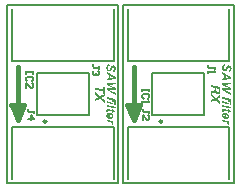
<source format=gto>
G04 Layer_Color=65535*
%FSLAX44Y44*%
%MOMM*%
G71*
G01*
G75*
%ADD15C,0.2540*%
%ADD16C,0.2000*%
%ADD17C,0.4000*%
%ADD18C,0.1500*%
G36*
X180676Y81244D02*
Y77830D01*
Y77820D01*
Y77790D01*
Y77750D01*
Y77680D01*
X180666Y77610D01*
Y77530D01*
X180656Y77331D01*
X180626Y77111D01*
X180597Y76882D01*
X180547Y76662D01*
X180487Y76462D01*
Y76452D01*
X180477Y76442D01*
X180447Y76382D01*
X180407Y76293D01*
X180337Y76183D01*
X180247Y76053D01*
X180137Y75923D01*
X179998Y75793D01*
X179828Y75674D01*
X179818D01*
X179808Y75664D01*
X179778Y75644D01*
X179738Y75624D01*
X179638Y75574D01*
X179498Y75514D01*
X179329Y75464D01*
X179129Y75414D01*
X178909Y75374D01*
X178660Y75364D01*
X178570D01*
X178500Y75374D01*
X178410Y75384D01*
X178321Y75394D01*
X178211Y75414D01*
X178091Y75434D01*
X177831Y75504D01*
X177702Y75554D01*
X177562Y75614D01*
X177432Y75684D01*
X177292Y75754D01*
X177163Y75853D01*
X177043Y75953D01*
X177033Y75963D01*
X177013Y75983D01*
X176983Y76013D01*
X176943Y76063D01*
X176893Y76123D01*
X176833Y76203D01*
X176773Y76293D01*
X176713Y76392D01*
X176644Y76512D01*
X176574Y76642D01*
X176504Y76792D01*
X176444Y76951D01*
X176384Y77121D01*
X176334Y77311D01*
X176294Y77510D01*
X176254Y77730D01*
X176244Y77720D01*
X176204Y77680D01*
X176144Y77620D01*
X176064Y77540D01*
X175965Y77451D01*
X175835Y77351D01*
X175695Y77251D01*
X175536Y77151D01*
X175525Y77141D01*
X175496Y77131D01*
X175446Y77101D01*
X175366Y77061D01*
X175276Y77011D01*
X175166Y76951D01*
X175036Y76882D01*
X174887Y76812D01*
X174707Y76722D01*
X174517Y76632D01*
X174318Y76542D01*
X174088Y76432D01*
X173839Y76323D01*
X173579Y76213D01*
X173300Y76093D01*
X173000Y75973D01*
Y77670D01*
X173010D01*
X173030Y77680D01*
X173070Y77690D01*
X173120Y77710D01*
X173190Y77740D01*
X173279Y77770D01*
X173379Y77810D01*
X173499Y77850D01*
X173629Y77900D01*
X173779Y77960D01*
X173948Y78030D01*
X174128Y78099D01*
X174328Y78179D01*
X174547Y78269D01*
X174777Y78369D01*
X175026Y78479D01*
X175036D01*
X175056Y78489D01*
X175096Y78509D01*
X175146Y78539D01*
X175206Y78569D01*
X175276Y78598D01*
X175436Y78688D01*
X175595Y78788D01*
X175765Y78908D01*
X175915Y79028D01*
X175975Y79098D01*
X176025Y79167D01*
X176035Y79177D01*
X176055Y79208D01*
X176075Y79267D01*
X176105Y79347D01*
X176134Y79457D01*
X176164Y79597D01*
X176174Y79756D01*
X176184Y79956D01*
Y80595D01*
X173000Y81264D01*
Y82841D01*
X180676Y81244D01*
D02*
G37*
G36*
X190028Y83719D02*
X184647Y83650D01*
X190028Y81004D01*
Y79287D01*
X184707Y79108D01*
X190028Y76582D01*
Y75045D01*
X182351Y78778D01*
Y80375D01*
X187961Y80545D01*
X182351Y83340D01*
Y84967D01*
X190028Y85267D01*
Y83719D01*
D02*
G37*
G36*
X186813Y71911D02*
Y72749D01*
X187911Y72519D01*
Y71681D01*
X188480Y71561D01*
X188490D01*
X188510Y71551D01*
X188550Y71541D01*
X188600Y71531D01*
X188720Y71511D01*
X188870Y71471D01*
X189019Y71431D01*
X189179Y71381D01*
X189319Y71332D01*
X189379Y71302D01*
X189429Y71282D01*
X189449Y71272D01*
X189489Y71252D01*
X189548Y71202D01*
X189628Y71152D01*
X189708Y71072D01*
X189798Y70982D01*
X189888Y70872D01*
X189968Y70753D01*
X189978Y70733D01*
X189998Y70693D01*
X190028Y70613D01*
X190068Y70503D01*
X190107Y70373D01*
X190137Y70213D01*
X190157Y70034D01*
X190167Y69834D01*
Y69824D01*
Y69804D01*
Y69764D01*
Y69714D01*
X190157Y69654D01*
Y69575D01*
X190147Y69485D01*
X190137Y69395D01*
X190107Y69175D01*
X190058Y68926D01*
X189998Y68656D01*
X189918Y68377D01*
X188850Y68666D01*
Y68676D01*
X188860Y68686D01*
X188870Y68716D01*
X188880Y68756D01*
X188910Y68856D01*
X188950Y68976D01*
X188979Y69116D01*
X189009Y69265D01*
X189029Y69405D01*
X189039Y69545D01*
Y69555D01*
Y69585D01*
X189029Y69634D01*
X189019Y69684D01*
X189000Y69754D01*
X188969Y69814D01*
X188930Y69874D01*
X188870Y69924D01*
X188860D01*
X188850Y69944D01*
X188810Y69954D01*
X188760Y69984D01*
X188680Y70004D01*
X188580Y70034D01*
X188460Y70074D01*
X188301Y70104D01*
X187911Y70184D01*
Y69106D01*
X186813Y69335D01*
Y70413D01*
X182351Y71342D01*
Y72839D01*
X186813Y71911D01*
D02*
G37*
G36*
X190028Y90068D02*
Y88291D01*
X182351Y87053D01*
Y88541D01*
X184048Y88800D01*
Y91835D01*
X182351Y92763D01*
Y94400D01*
X190028Y90068D01*
D02*
G37*
G36*
X86987Y59692D02*
X87086Y59682D01*
X87206Y59672D01*
X87336Y59652D01*
X87486Y59622D01*
X87635Y59592D01*
X87805Y59552D01*
X87975Y59493D01*
X88145Y59433D01*
X88324Y59363D01*
X88494Y59283D01*
X88674Y59183D01*
X88843Y59073D01*
X88853Y59063D01*
X88893Y59033D01*
X88953Y58983D01*
X89033Y58914D01*
X89123Y58824D01*
X89223Y58714D01*
X89332Y58594D01*
X89452Y58444D01*
X89562Y58275D01*
X89672Y58095D01*
X89772Y57895D01*
X89861Y57666D01*
X89941Y57436D01*
X90001Y57177D01*
X90041Y56897D01*
X90051Y56608D01*
Y56598D01*
Y56558D01*
Y56508D01*
X90041Y56438D01*
X90031Y56348D01*
X90021Y56258D01*
X90001Y56139D01*
X89971Y56019D01*
X89891Y55769D01*
X89841Y55630D01*
X89782Y55500D01*
X89712Y55360D01*
X89622Y55230D01*
X89522Y55110D01*
X89412Y54991D01*
X89402Y54981D01*
X89382Y54961D01*
X89342Y54931D01*
X89292Y54891D01*
X89233Y54851D01*
X89153Y54801D01*
X89063Y54741D01*
X88953Y54681D01*
X88833Y54631D01*
X88704Y54571D01*
X88564Y54521D01*
X88404Y54472D01*
X88234Y54442D01*
X88045Y54412D01*
X87855Y54392D01*
X87645Y54382D01*
X87556D01*
X87446Y54392D01*
X87316D01*
X87166Y54412D01*
X86997Y54432D01*
X86837Y54452D01*
X86667Y54492D01*
Y58255D01*
X86617D01*
X86567Y58265D01*
X86477D01*
X86438Y58255D01*
X86338Y58245D01*
X86208Y58225D01*
X86058Y58185D01*
X85908Y58125D01*
X85769Y58055D01*
X85629Y57945D01*
X85619Y57935D01*
X85579Y57885D01*
X85519Y57816D01*
X85459Y57726D01*
X85399Y57616D01*
X85340Y57486D01*
X85300Y57337D01*
X85290Y57177D01*
Y57167D01*
Y57147D01*
X85300Y57107D01*
Y57057D01*
X85310Y56987D01*
X85330Y56917D01*
X85389Y56747D01*
X85429Y56658D01*
X85479Y56558D01*
X85539Y56458D01*
X85619Y56368D01*
X85709Y56268D01*
X85809Y56168D01*
X85928Y56079D01*
X86068Y55999D01*
X85839Y54651D01*
X85829D01*
X85799Y54671D01*
X85759Y54691D01*
X85709Y54721D01*
X85639Y54761D01*
X85559Y54811D01*
X85379Y54931D01*
X85180Y55080D01*
X84980Y55270D01*
X84781Y55470D01*
X84611Y55709D01*
Y55719D01*
X84591Y55739D01*
X84571Y55779D01*
X84551Y55829D01*
X84521Y55889D01*
X84481Y55959D01*
X84451Y56049D01*
X84411Y56139D01*
X84341Y56358D01*
X84271Y56608D01*
X84232Y56877D01*
X84212Y57177D01*
Y57187D01*
Y57227D01*
Y57287D01*
X84221Y57366D01*
X84232Y57456D01*
X84251Y57566D01*
X84271Y57696D01*
X84301Y57826D01*
X84341Y57965D01*
X84381Y58115D01*
X84441Y58275D01*
X84511Y58425D01*
X84591Y58574D01*
X84691Y58724D01*
X84801Y58864D01*
X84920Y59004D01*
X84930Y59014D01*
X84950Y59033D01*
X84990Y59063D01*
X85050Y59113D01*
X85120Y59163D01*
X85210Y59223D01*
X85310Y59283D01*
X85419Y59353D01*
X85549Y59413D01*
X85689Y59483D01*
X85849Y59542D01*
X86008Y59592D01*
X86188Y59642D01*
X86378Y59672D01*
X86587Y59692D01*
X86797Y59702D01*
X86907D01*
X86987Y59692D01*
D02*
G37*
G36*
X89911Y52854D02*
Y51447D01*
X88843Y51677D01*
X88853Y51667D01*
X88893Y51637D01*
X88953Y51597D01*
X89033Y51537D01*
X89123Y51467D01*
X89223Y51377D01*
X89332Y51277D01*
X89452Y51167D01*
X89562Y51048D01*
X89672Y50918D01*
X89772Y50768D01*
X89861Y50618D01*
X89941Y50469D01*
X90001Y50309D01*
X90041Y50139D01*
X90051Y49970D01*
Y49960D01*
Y49910D01*
X90041Y49850D01*
X90031Y49760D01*
X90011Y49660D01*
X89981Y49540D01*
X89941Y49411D01*
X89881Y49271D01*
X88654Y49850D01*
Y49860D01*
X88664Y49890D01*
X88684Y49930D01*
X88694Y49980D01*
X88714Y50050D01*
X88723Y50119D01*
X88734Y50289D01*
Y50309D01*
Y50359D01*
X88714Y50429D01*
X88694Y50529D01*
X88664Y50648D01*
X88604Y50788D01*
X88534Y50928D01*
X88434Y51078D01*
X88424Y51098D01*
X88384Y51147D01*
X88314Y51217D01*
X88224Y51307D01*
X88115Y51407D01*
X87975Y51507D01*
X87825Y51617D01*
X87645Y51707D01*
X87635D01*
X87626Y51716D01*
X87596Y51726D01*
X87556Y51746D01*
X87496Y51766D01*
X87436Y51786D01*
X87356Y51816D01*
X87266Y51846D01*
X87166Y51886D01*
X87046Y51916D01*
X86927Y51956D01*
X86787Y51996D01*
X86627Y52036D01*
X86458Y52076D01*
X86278Y52116D01*
X86088Y52156D01*
X84351Y52515D01*
Y54012D01*
X89911Y52854D01*
D02*
G37*
G36*
X184907Y99222D02*
X184837D01*
X184787Y99212D01*
X184667Y99202D01*
X184517Y99182D01*
X184348Y99152D01*
X184188Y99112D01*
X184048Y99052D01*
X183978Y99022D01*
X183929Y98982D01*
X183909Y98962D01*
X183869Y98912D01*
X183839Y98872D01*
X183799Y98822D01*
X183769Y98763D01*
X183729Y98693D01*
X183689Y98613D01*
X183659Y98513D01*
X183619Y98413D01*
X183589Y98293D01*
X183569Y98164D01*
X183549Y98024D01*
X183529Y97874D01*
Y97704D01*
Y97695D01*
Y97675D01*
Y97635D01*
Y97575D01*
X183539Y97515D01*
Y97435D01*
X183559Y97275D01*
X183599Y97086D01*
X183639Y96896D01*
X183709Y96726D01*
X183749Y96646D01*
X183799Y96576D01*
X183809Y96557D01*
X183849Y96517D01*
X183909Y96467D01*
X183988Y96397D01*
X184088Y96337D01*
X184208Y96277D01*
X184338Y96237D01*
X184478Y96227D01*
X184537D01*
X184597Y96237D01*
X184677Y96267D01*
X184767Y96297D01*
X184867Y96347D01*
X184967Y96417D01*
X185056Y96517D01*
X185067Y96527D01*
X185086Y96557D01*
X185126Y96626D01*
X185156Y96676D01*
X185186Y96726D01*
X185226Y96796D01*
X185266Y96876D01*
X185316Y96966D01*
X185366Y97066D01*
X185416Y97175D01*
X185476Y97305D01*
X185546Y97455D01*
X185616Y97615D01*
Y97625D01*
X185636Y97655D01*
X185655Y97695D01*
X185685Y97764D01*
X185715Y97834D01*
X185755Y97914D01*
X185845Y98114D01*
X185945Y98323D01*
X186055Y98543D01*
X186164Y98743D01*
X186214Y98842D01*
X186264Y98922D01*
X186274Y98942D01*
X186314Y98992D01*
X186364Y99062D01*
X186444Y99152D01*
X186544Y99262D01*
X186654Y99372D01*
X186783Y99471D01*
X186933Y99571D01*
X186953Y99581D01*
X187003Y99611D01*
X187093Y99641D01*
X187213Y99681D01*
X187352Y99731D01*
X187522Y99761D01*
X187712Y99791D01*
X187911Y99801D01*
X188001D01*
X188071Y99791D01*
X188151Y99781D01*
X188251Y99761D01*
X188361Y99741D01*
X188480Y99711D01*
X188600Y99681D01*
X188730Y99631D01*
X188860Y99571D01*
X189000Y99501D01*
X189129Y99421D01*
X189269Y99332D01*
X189399Y99222D01*
X189519Y99102D01*
X189529Y99092D01*
X189548Y99072D01*
X189578Y99032D01*
X189618Y98972D01*
X189668Y98902D01*
X189728Y98813D01*
X189778Y98703D01*
X189848Y98583D01*
X189908Y98453D01*
X189958Y98303D01*
X190018Y98134D01*
X190068Y97954D01*
X190107Y97754D01*
X190137Y97545D01*
X190157Y97315D01*
X190167Y97076D01*
Y97056D01*
Y97016D01*
Y96946D01*
X190157Y96856D01*
X190147Y96736D01*
X190137Y96606D01*
X190117Y96457D01*
X190088Y96307D01*
X190008Y95968D01*
X189958Y95788D01*
X189898Y95618D01*
X189828Y95449D01*
X189738Y95279D01*
X189638Y95129D01*
X189529Y94979D01*
X189519Y94969D01*
X189499Y94949D01*
X189469Y94909D01*
X189419Y94860D01*
X189349Y94810D01*
X189279Y94740D01*
X189189Y94670D01*
X189079Y94600D01*
X188969Y94530D01*
X188840Y94450D01*
X188700Y94390D01*
X188550Y94320D01*
X188391Y94271D01*
X188221Y94221D01*
X188031Y94181D01*
X187841Y94161D01*
X187782Y95678D01*
X187802D01*
X187832Y95688D01*
X187871D01*
X187971Y95718D01*
X188091Y95748D01*
X188231Y95798D01*
X188371Y95868D01*
X188500Y95958D01*
X188620Y96077D01*
X188630Y96097D01*
X188670Y96137D01*
X188720Y96217D01*
X188770Y96327D01*
X188830Y96477D01*
X188870Y96646D01*
X188910Y96846D01*
X188920Y97086D01*
Y97096D01*
Y97115D01*
Y97146D01*
Y97195D01*
X188910Y97305D01*
X188890Y97445D01*
X188860Y97595D01*
X188820Y97754D01*
X188760Y97894D01*
X188680Y98014D01*
X188670Y98024D01*
X188640Y98054D01*
X188590Y98104D01*
X188520Y98154D01*
X188440Y98204D01*
X188341Y98253D01*
X188231Y98283D01*
X188101Y98293D01*
X188051D01*
X187981Y98283D01*
X187911Y98264D01*
X187822Y98233D01*
X187732Y98184D01*
X187642Y98124D01*
X187552Y98044D01*
X187542Y98034D01*
X187512Y97994D01*
X187462Y97914D01*
X187432Y97864D01*
X187392Y97804D01*
X187352Y97734D01*
X187313Y97655D01*
X187263Y97555D01*
X187203Y97455D01*
X187153Y97335D01*
X187093Y97205D01*
X187023Y97066D01*
X186953Y96906D01*
X186943Y96886D01*
X186923Y96846D01*
X186893Y96776D01*
X186853Y96696D01*
X186813Y96587D01*
X186754Y96467D01*
X186694Y96337D01*
X186624Y96197D01*
X186474Y95908D01*
X186314Y95638D01*
X186244Y95508D01*
X186164Y95399D01*
X186095Y95299D01*
X186025Y95219D01*
X186015Y95209D01*
X186005Y95199D01*
X185975Y95169D01*
X185925Y95129D01*
X185875Y95089D01*
X185815Y95049D01*
X185745Y94999D01*
X185655Y94939D01*
X185466Y94840D01*
X185226Y94760D01*
X184967Y94690D01*
X184817Y94680D01*
X184667Y94670D01*
X184627D01*
X184567Y94680D01*
X184498D01*
X184408Y94690D01*
X184308Y94710D01*
X184198Y94740D01*
X184068Y94770D01*
X183939Y94810D01*
X183799Y94869D01*
X183649Y94929D01*
X183509Y95009D01*
X183360Y95099D01*
X183210Y95209D01*
X183070Y95339D01*
X182930Y95478D01*
X182920Y95488D01*
X182900Y95518D01*
X182860Y95558D01*
X182820Y95628D01*
X182761Y95708D01*
X182701Y95808D01*
X182641Y95928D01*
X182571Y96057D01*
X182501Y96207D01*
X182441Y96377D01*
X182381Y96566D01*
X182321Y96766D01*
X182281Y96976D01*
X182241Y97205D01*
X182222Y97455D01*
X182212Y97715D01*
Y97724D01*
Y97754D01*
Y97814D01*
X182222Y97884D01*
Y97964D01*
X182232Y98064D01*
X182241Y98174D01*
X182251Y98303D01*
X182291Y98563D01*
X182351Y98852D01*
X182431Y99152D01*
X182541Y99431D01*
Y99441D01*
X182561Y99461D01*
X182571Y99501D01*
X182601Y99551D01*
X182631Y99611D01*
X182681Y99681D01*
X182781Y99831D01*
X182910Y100000D01*
X183070Y100170D01*
X183250Y100330D01*
X183349Y100400D01*
X183459Y100460D01*
X183469D01*
X183489Y100470D01*
X183519Y100490D01*
X183569Y100510D01*
X183619Y100529D01*
X183689Y100549D01*
X183769Y100579D01*
X183859Y100609D01*
X184058Y100659D01*
X184288Y100699D01*
X184547Y100729D01*
X184827D01*
X184907Y99222D01*
D02*
G37*
G36*
X187911Y62857D02*
Y62128D01*
X188800Y61938D01*
X189838Y60231D01*
X187911Y60621D01*
Y59702D01*
X186793Y59932D01*
Y60850D01*
X184458Y61349D01*
X184448D01*
X184428Y61359D01*
X184398D01*
X184358Y61369D01*
X184248Y61389D01*
X184128Y61409D01*
X183998Y61439D01*
X183889Y61459D01*
X183789Y61469D01*
X183759Y61479D01*
X183709D01*
X183679Y61469D01*
X183639D01*
X183549Y61429D01*
X183499Y61409D01*
X183459Y61369D01*
Y61359D01*
X183449Y61349D01*
X183429Y61319D01*
X183419Y61279D01*
X183400Y61220D01*
X183379Y61150D01*
X183370Y61070D01*
Y60970D01*
Y60960D01*
Y60950D01*
Y60920D01*
X183379Y60870D01*
Y60800D01*
X183389Y60720D01*
X183400Y60611D01*
X183409Y60471D01*
X182291Y60710D01*
Y60730D01*
X182281Y60780D01*
X182271Y60850D01*
X182251Y60960D01*
X182241Y61080D01*
X182222Y61210D01*
X182212Y61359D01*
Y61509D01*
Y61519D01*
Y61539D01*
Y61579D01*
X182222Y61639D01*
Y61699D01*
X182232Y61778D01*
X182251Y61948D01*
X182281Y62138D01*
X182341Y62328D01*
X182411Y62507D01*
X182461Y62587D01*
X182511Y62657D01*
X182521Y62677D01*
X182571Y62717D01*
X182641Y62767D01*
X182731Y62837D01*
X182860Y62906D01*
X183000Y62956D01*
X183180Y62996D01*
X183370Y63016D01*
X183429D01*
X183499Y63006D01*
X183549Y62996D01*
X183619D01*
X183689Y62986D01*
X183779Y62966D01*
X183869Y62956D01*
X183978Y62937D01*
X184108Y62916D01*
X184238Y62887D01*
X184388Y62857D01*
X184557Y62827D01*
X186793Y62347D01*
Y63086D01*
X187911Y62857D01*
D02*
G37*
G36*
X184987Y59692D02*
X185086Y59682D01*
X185206Y59672D01*
X185336Y59652D01*
X185486Y59622D01*
X185636Y59592D01*
X185805Y59552D01*
X185975Y59493D01*
X186145Y59433D01*
X186324Y59363D01*
X186494Y59283D01*
X186674Y59183D01*
X186843Y59073D01*
X186853Y59063D01*
X186893Y59033D01*
X186953Y58983D01*
X187033Y58914D01*
X187123Y58824D01*
X187223Y58714D01*
X187332Y58594D01*
X187452Y58444D01*
X187562Y58275D01*
X187672Y58095D01*
X187772Y57895D01*
X187861Y57666D01*
X187941Y57436D01*
X188001Y57177D01*
X188041Y56897D01*
X188051Y56608D01*
Y56598D01*
Y56558D01*
Y56508D01*
X188041Y56438D01*
X188031Y56348D01*
X188021Y56258D01*
X188001Y56139D01*
X187971Y56019D01*
X187891Y55769D01*
X187841Y55630D01*
X187782Y55500D01*
X187712Y55360D01*
X187622Y55230D01*
X187522Y55110D01*
X187412Y54991D01*
X187402Y54981D01*
X187382Y54961D01*
X187342Y54931D01*
X187292Y54891D01*
X187233Y54851D01*
X187153Y54801D01*
X187063Y54741D01*
X186953Y54681D01*
X186833Y54631D01*
X186704Y54571D01*
X186564Y54521D01*
X186404Y54472D01*
X186234Y54442D01*
X186045Y54412D01*
X185855Y54392D01*
X185646Y54382D01*
X185556D01*
X185446Y54392D01*
X185316D01*
X185166Y54412D01*
X184997Y54432D01*
X184837Y54452D01*
X184667Y54492D01*
Y58255D01*
X184617D01*
X184567Y58265D01*
X184478D01*
X184438Y58255D01*
X184338Y58245D01*
X184208Y58225D01*
X184058Y58185D01*
X183909Y58125D01*
X183769Y58055D01*
X183629Y57945D01*
X183619Y57935D01*
X183579Y57885D01*
X183519Y57816D01*
X183459Y57726D01*
X183400Y57616D01*
X183340Y57486D01*
X183300Y57337D01*
X183290Y57177D01*
Y57167D01*
Y57147D01*
X183300Y57107D01*
Y57057D01*
X183310Y56987D01*
X183330Y56917D01*
X183389Y56747D01*
X183429Y56658D01*
X183479Y56558D01*
X183539Y56458D01*
X183619Y56368D01*
X183709Y56268D01*
X183809Y56168D01*
X183929Y56079D01*
X184068Y55999D01*
X183839Y54651D01*
X183829D01*
X183799Y54671D01*
X183759Y54691D01*
X183709Y54721D01*
X183639Y54761D01*
X183559Y54811D01*
X183379Y54931D01*
X183180Y55080D01*
X182980Y55270D01*
X182781Y55470D01*
X182611Y55709D01*
Y55719D01*
X182591Y55739D01*
X182571Y55779D01*
X182551Y55829D01*
X182521Y55889D01*
X182481Y55959D01*
X182451Y56049D01*
X182411Y56139D01*
X182341Y56358D01*
X182271Y56608D01*
X182232Y56877D01*
X182212Y57177D01*
Y57187D01*
Y57227D01*
Y57287D01*
X182222Y57366D01*
X182232Y57456D01*
X182251Y57566D01*
X182271Y57696D01*
X182301Y57826D01*
X182341Y57965D01*
X182381Y58115D01*
X182441Y58275D01*
X182511Y58425D01*
X182591Y58574D01*
X182691Y58724D01*
X182801Y58864D01*
X182920Y59004D01*
X182930Y59014D01*
X182950Y59033D01*
X182990Y59063D01*
X183050Y59113D01*
X183120Y59163D01*
X183210Y59223D01*
X183310Y59283D01*
X183419Y59353D01*
X183549Y59413D01*
X183689Y59483D01*
X183849Y59542D01*
X184008Y59592D01*
X184188Y59642D01*
X184378Y59672D01*
X184587Y59692D01*
X184797Y59702D01*
X184907D01*
X184987Y59692D01*
D02*
G37*
G36*
X187911Y52854D02*
Y51447D01*
X186843Y51677D01*
X186853Y51667D01*
X186893Y51637D01*
X186953Y51597D01*
X187033Y51537D01*
X187123Y51467D01*
X187223Y51377D01*
X187332Y51277D01*
X187452Y51167D01*
X187562Y51048D01*
X187672Y50918D01*
X187772Y50768D01*
X187861Y50618D01*
X187941Y50469D01*
X188001Y50309D01*
X188041Y50139D01*
X188051Y49970D01*
Y49960D01*
Y49910D01*
X188041Y49850D01*
X188031Y49760D01*
X188011Y49660D01*
X187981Y49540D01*
X187941Y49411D01*
X187882Y49271D01*
X186654Y49850D01*
Y49860D01*
X186664Y49890D01*
X186684Y49930D01*
X186694Y49980D01*
X186714Y50050D01*
X186723Y50119D01*
X186733Y50289D01*
Y50309D01*
Y50359D01*
X186714Y50429D01*
X186694Y50529D01*
X186664Y50648D01*
X186604Y50788D01*
X186534Y50928D01*
X186434Y51078D01*
X186424Y51098D01*
X186384Y51147D01*
X186314Y51217D01*
X186224Y51307D01*
X186115Y51407D01*
X185975Y51507D01*
X185825Y51617D01*
X185646Y51707D01*
X185636D01*
X185625Y51716D01*
X185595Y51726D01*
X185556Y51746D01*
X185496Y51766D01*
X185436Y51786D01*
X185356Y51816D01*
X185266Y51846D01*
X185166Y51886D01*
X185047Y51916D01*
X184927Y51956D01*
X184787Y51996D01*
X184627Y52036D01*
X184458Y52076D01*
X184278Y52116D01*
X184088Y52156D01*
X182351Y52515D01*
Y54012D01*
X187911Y52854D01*
D02*
G37*
G36*
X190028Y64853D02*
Y63346D01*
X182351Y64953D01*
Y66450D01*
X190028Y64853D01*
D02*
G37*
G36*
X176863Y72509D02*
X180676Y74416D01*
Y72779D01*
X179269Y72020D01*
X179259D01*
X179239Y72010D01*
X179189Y71980D01*
X179159Y71960D01*
X179109Y71940D01*
X179049Y71911D01*
X178979Y71880D01*
X178890Y71831D01*
X178790Y71781D01*
X178680Y71731D01*
X178540Y71661D01*
X178390Y71581D01*
X178221Y71501D01*
X178211Y71491D01*
X178191Y71481D01*
X178141Y71461D01*
X178091Y71431D01*
X178101Y71421D01*
X178121Y71401D01*
X178161Y71371D01*
X178221Y71322D01*
X178281Y71272D01*
X178361Y71212D01*
X178530Y71062D01*
X178730Y70892D01*
X178939Y70713D01*
X179149Y70533D01*
X179339Y70363D01*
X180676Y69165D01*
Y67159D01*
X176633Y70683D01*
X173000Y68786D01*
Y70573D01*
X174108Y71162D01*
X174118D01*
X174148Y71182D01*
X174188Y71202D01*
X174258Y71232D01*
X174328Y71272D01*
X174408Y71311D01*
X174597Y71411D01*
X174807Y71511D01*
X175016Y71611D01*
X175216Y71701D01*
X175296Y71741D01*
X175376Y71771D01*
X175366Y71781D01*
X175316Y71811D01*
X175236Y71880D01*
X175176Y71920D01*
X175116Y71970D01*
X175036Y72040D01*
X174946Y72110D01*
X174847Y72190D01*
X174737Y72290D01*
X174607Y72400D01*
X174467Y72519D01*
X174318Y72649D01*
X174148Y72799D01*
X173000Y73837D01*
Y75893D01*
X176863Y72509D01*
D02*
G37*
G36*
X187911Y68257D02*
Y66760D01*
X182351Y67918D01*
Y69415D01*
X187911Y68257D01*
D02*
G37*
G36*
X190028Y67818D02*
Y66311D01*
X188670Y66600D01*
Y68097D01*
X190028Y67818D01*
D02*
G37*
G36*
X82676Y81573D02*
Y75524D01*
X81399Y75784D01*
Y78000D01*
X75000Y79337D01*
Y80924D01*
X81399Y79587D01*
Y81833D01*
X82676Y81573D01*
D02*
G37*
G36*
X92028Y83719D02*
X86647Y83650D01*
X92028Y81004D01*
Y79287D01*
X86707Y79108D01*
X92028Y76582D01*
Y75045D01*
X84351Y78778D01*
Y80375D01*
X89961Y80545D01*
X84351Y83340D01*
Y84967D01*
X92028Y85267D01*
Y83719D01*
D02*
G37*
G36*
X88813Y71911D02*
Y72749D01*
X89911Y72519D01*
Y71681D01*
X90480Y71561D01*
X90490D01*
X90510Y71551D01*
X90550Y71541D01*
X90600Y71531D01*
X90720Y71511D01*
X90870Y71471D01*
X91019Y71431D01*
X91179Y71381D01*
X91319Y71332D01*
X91379Y71302D01*
X91429Y71282D01*
X91449Y71272D01*
X91489Y71252D01*
X91549Y71202D01*
X91628Y71152D01*
X91708Y71072D01*
X91798Y70982D01*
X91888Y70872D01*
X91968Y70753D01*
X91978Y70733D01*
X91998Y70693D01*
X92028Y70613D01*
X92068Y70503D01*
X92107Y70373D01*
X92137Y70213D01*
X92157Y70034D01*
X92167Y69834D01*
Y69824D01*
Y69804D01*
Y69764D01*
Y69714D01*
X92157Y69654D01*
Y69575D01*
X92147Y69485D01*
X92137Y69395D01*
X92107Y69175D01*
X92058Y68926D01*
X91998Y68656D01*
X91918Y68377D01*
X90850Y68666D01*
Y68676D01*
X90860Y68686D01*
X90870Y68716D01*
X90880Y68756D01*
X90910Y68856D01*
X90950Y68976D01*
X90979Y69116D01*
X91009Y69265D01*
X91029Y69405D01*
X91039Y69545D01*
Y69555D01*
Y69585D01*
X91029Y69634D01*
X91019Y69684D01*
X90999Y69754D01*
X90969Y69814D01*
X90930Y69874D01*
X90870Y69924D01*
X90860D01*
X90850Y69944D01*
X90810Y69954D01*
X90760Y69984D01*
X90680Y70004D01*
X90580Y70034D01*
X90460Y70074D01*
X90301Y70104D01*
X89911Y70184D01*
Y69106D01*
X88813Y69335D01*
Y70413D01*
X84351Y71342D01*
Y72839D01*
X88813Y71911D01*
D02*
G37*
G36*
X92028Y90068D02*
Y88291D01*
X84351Y87053D01*
Y88541D01*
X86048Y88800D01*
Y91835D01*
X84351Y92763D01*
Y94400D01*
X92028Y90068D01*
D02*
G37*
G36*
X107250Y53299D02*
X101862Y66424D01*
X112638D01*
X107250Y53299D01*
D02*
G37*
G36*
X9250D02*
X3862Y66424D01*
X14638D01*
X9250Y53299D01*
D02*
G37*
G36*
X86907Y99222D02*
X86837D01*
X86787Y99212D01*
X86667Y99202D01*
X86517Y99182D01*
X86348Y99152D01*
X86188Y99112D01*
X86048Y99052D01*
X85978Y99022D01*
X85928Y98982D01*
X85908Y98962D01*
X85869Y98912D01*
X85839Y98872D01*
X85799Y98822D01*
X85769Y98763D01*
X85729Y98693D01*
X85689Y98613D01*
X85659Y98513D01*
X85619Y98413D01*
X85589Y98293D01*
X85569Y98164D01*
X85549Y98024D01*
X85529Y97874D01*
Y97704D01*
Y97695D01*
Y97675D01*
Y97635D01*
Y97575D01*
X85539Y97515D01*
Y97435D01*
X85559Y97275D01*
X85599Y97086D01*
X85639Y96896D01*
X85709Y96726D01*
X85749Y96646D01*
X85799Y96576D01*
X85809Y96557D01*
X85849Y96517D01*
X85908Y96467D01*
X85988Y96397D01*
X86088Y96337D01*
X86208Y96277D01*
X86338Y96237D01*
X86477Y96227D01*
X86537D01*
X86597Y96237D01*
X86677Y96267D01*
X86767Y96297D01*
X86867Y96347D01*
X86967Y96417D01*
X87057Y96517D01*
X87066Y96527D01*
X87086Y96557D01*
X87126Y96626D01*
X87156Y96676D01*
X87186Y96726D01*
X87226Y96796D01*
X87266Y96876D01*
X87316Y96966D01*
X87366Y97066D01*
X87416Y97175D01*
X87476Y97305D01*
X87546Y97455D01*
X87615Y97615D01*
Y97625D01*
X87635Y97655D01*
X87655Y97695D01*
X87685Y97764D01*
X87715Y97834D01*
X87755Y97914D01*
X87845Y98114D01*
X87945Y98323D01*
X88055Y98543D01*
X88165Y98743D01*
X88214Y98842D01*
X88264Y98922D01*
X88274Y98942D01*
X88314Y98992D01*
X88364Y99062D01*
X88444Y99152D01*
X88544Y99262D01*
X88654Y99372D01*
X88783Y99471D01*
X88933Y99571D01*
X88953Y99581D01*
X89003Y99611D01*
X89093Y99641D01*
X89213Y99681D01*
X89352Y99731D01*
X89522Y99761D01*
X89712Y99791D01*
X89911Y99801D01*
X90001D01*
X90071Y99791D01*
X90151Y99781D01*
X90251Y99761D01*
X90361Y99741D01*
X90480Y99711D01*
X90600Y99681D01*
X90730Y99631D01*
X90860Y99571D01*
X90999Y99501D01*
X91129Y99421D01*
X91269Y99332D01*
X91399Y99222D01*
X91518Y99102D01*
X91529Y99092D01*
X91549Y99072D01*
X91578Y99032D01*
X91618Y98972D01*
X91668Y98902D01*
X91728Y98813D01*
X91778Y98703D01*
X91848Y98583D01*
X91908Y98453D01*
X91958Y98303D01*
X92018Y98134D01*
X92068Y97954D01*
X92107Y97754D01*
X92137Y97545D01*
X92157Y97315D01*
X92167Y97076D01*
Y97056D01*
Y97016D01*
Y96946D01*
X92157Y96856D01*
X92147Y96736D01*
X92137Y96606D01*
X92118Y96457D01*
X92087Y96307D01*
X92008Y95968D01*
X91958Y95788D01*
X91898Y95618D01*
X91828Y95449D01*
X91738Y95279D01*
X91638Y95129D01*
X91529Y94979D01*
X91518Y94969D01*
X91499Y94949D01*
X91469Y94909D01*
X91419Y94860D01*
X91349Y94810D01*
X91279Y94740D01*
X91189Y94670D01*
X91079Y94600D01*
X90969Y94530D01*
X90840Y94450D01*
X90700Y94390D01*
X90550Y94320D01*
X90391Y94271D01*
X90221Y94221D01*
X90031Y94181D01*
X89841Y94161D01*
X89782Y95678D01*
X89802D01*
X89831Y95688D01*
X89872D01*
X89971Y95718D01*
X90091Y95748D01*
X90231Y95798D01*
X90371Y95868D01*
X90500Y95958D01*
X90620Y96077D01*
X90630Y96097D01*
X90670Y96137D01*
X90720Y96217D01*
X90770Y96327D01*
X90830Y96477D01*
X90870Y96646D01*
X90910Y96846D01*
X90920Y97086D01*
Y97096D01*
Y97115D01*
Y97146D01*
Y97195D01*
X90910Y97305D01*
X90890Y97445D01*
X90860Y97595D01*
X90820Y97754D01*
X90760Y97894D01*
X90680Y98014D01*
X90670Y98024D01*
X90640Y98054D01*
X90590Y98104D01*
X90520Y98154D01*
X90441Y98204D01*
X90341Y98253D01*
X90231Y98283D01*
X90101Y98293D01*
X90051D01*
X89981Y98283D01*
X89911Y98264D01*
X89822Y98233D01*
X89732Y98184D01*
X89642Y98124D01*
X89552Y98044D01*
X89542Y98034D01*
X89512Y97994D01*
X89462Y97914D01*
X89432Y97864D01*
X89392Y97804D01*
X89352Y97734D01*
X89312Y97655D01*
X89263Y97555D01*
X89203Y97455D01*
X89153Y97335D01*
X89093Y97205D01*
X89023Y97066D01*
X88953Y96906D01*
X88943Y96886D01*
X88923Y96846D01*
X88893Y96776D01*
X88853Y96696D01*
X88813Y96587D01*
X88753Y96467D01*
X88694Y96337D01*
X88624Y96197D01*
X88474Y95908D01*
X88314Y95638D01*
X88244Y95508D01*
X88165Y95399D01*
X88095Y95299D01*
X88025Y95219D01*
X88015Y95209D01*
X88005Y95199D01*
X87975Y95169D01*
X87925Y95129D01*
X87875Y95089D01*
X87815Y95049D01*
X87745Y94999D01*
X87655Y94939D01*
X87466Y94840D01*
X87226Y94760D01*
X86967Y94690D01*
X86817Y94680D01*
X86667Y94670D01*
X86627D01*
X86567Y94680D01*
X86497D01*
X86408Y94690D01*
X86308Y94710D01*
X86198Y94740D01*
X86068Y94770D01*
X85939Y94810D01*
X85799Y94869D01*
X85649Y94929D01*
X85509Y95009D01*
X85359Y95099D01*
X85210Y95209D01*
X85070Y95339D01*
X84930Y95478D01*
X84920Y95488D01*
X84900Y95518D01*
X84860Y95558D01*
X84820Y95628D01*
X84761Y95708D01*
X84701Y95808D01*
X84641Y95928D01*
X84571Y96057D01*
X84501Y96207D01*
X84441Y96377D01*
X84381Y96566D01*
X84321Y96766D01*
X84281Y96976D01*
X84242Y97205D01*
X84221Y97455D01*
X84212Y97715D01*
Y97724D01*
Y97754D01*
Y97814D01*
X84221Y97884D01*
Y97964D01*
X84232Y98064D01*
X84242Y98174D01*
X84251Y98303D01*
X84291Y98563D01*
X84351Y98852D01*
X84431Y99152D01*
X84541Y99431D01*
Y99441D01*
X84561Y99461D01*
X84571Y99501D01*
X84601Y99551D01*
X84631Y99611D01*
X84681Y99681D01*
X84781Y99831D01*
X84910Y100000D01*
X85070Y100170D01*
X85250Y100330D01*
X85350Y100400D01*
X85459Y100460D01*
X85469D01*
X85489Y100470D01*
X85519Y100490D01*
X85569Y100510D01*
X85619Y100529D01*
X85689Y100549D01*
X85769Y100579D01*
X85859Y100609D01*
X86058Y100659D01*
X86288Y100699D01*
X86547Y100729D01*
X86827D01*
X86907Y99222D01*
D02*
G37*
G36*
X78863Y73518D02*
X82676Y75424D01*
Y73787D01*
X81269Y73028D01*
X81259D01*
X81239Y73018D01*
X81189Y72989D01*
X81159Y72969D01*
X81109Y72949D01*
X81049Y72919D01*
X80979Y72889D01*
X80890Y72839D01*
X80790Y72789D01*
X80680Y72739D01*
X80540Y72669D01*
X80390Y72589D01*
X80221Y72509D01*
X80211Y72499D01*
X80191Y72489D01*
X80141Y72470D01*
X80091Y72439D01*
X80101Y72429D01*
X80121Y72410D01*
X80161Y72380D01*
X80221Y72330D01*
X80281Y72280D01*
X80360Y72220D01*
X80530Y72070D01*
X80730Y71901D01*
X80939Y71721D01*
X81149Y71541D01*
X81339Y71371D01*
X82676Y70174D01*
Y68167D01*
X78633Y71691D01*
X75000Y69794D01*
Y71581D01*
X76108Y72170D01*
X76118D01*
X76148Y72190D01*
X76188Y72210D01*
X76258Y72240D01*
X76328Y72280D01*
X76407Y72320D01*
X76597Y72420D01*
X76807Y72519D01*
X77016Y72619D01*
X77216Y72709D01*
X77296Y72749D01*
X77376Y72779D01*
X77366Y72789D01*
X77316Y72819D01*
X77236Y72889D01*
X77176Y72929D01*
X77116Y72979D01*
X77036Y73048D01*
X76947Y73118D01*
X76847Y73198D01*
X76737Y73298D01*
X76607Y73408D01*
X76467Y73528D01*
X76318Y73657D01*
X76148Y73807D01*
X75000Y74845D01*
Y76902D01*
X78863Y73518D01*
D02*
G37*
G36*
X89911Y62857D02*
Y62128D01*
X90800Y61938D01*
X91838Y60231D01*
X89911Y60621D01*
Y59702D01*
X88793Y59932D01*
Y60850D01*
X86458Y61349D01*
X86448D01*
X86428Y61359D01*
X86398D01*
X86358Y61369D01*
X86248Y61389D01*
X86128Y61409D01*
X85998Y61439D01*
X85889Y61459D01*
X85789Y61469D01*
X85759Y61479D01*
X85709D01*
X85679Y61469D01*
X85639D01*
X85549Y61429D01*
X85499Y61409D01*
X85459Y61369D01*
Y61359D01*
X85449Y61349D01*
X85429Y61319D01*
X85419Y61279D01*
X85399Y61220D01*
X85379Y61150D01*
X85370Y61070D01*
Y60970D01*
Y60960D01*
Y60950D01*
Y60920D01*
X85379Y60870D01*
Y60800D01*
X85389Y60720D01*
X85399Y60611D01*
X85409Y60471D01*
X84291Y60710D01*
Y60730D01*
X84281Y60780D01*
X84271Y60850D01*
X84251Y60960D01*
X84242Y61080D01*
X84221Y61210D01*
X84212Y61359D01*
Y61509D01*
Y61519D01*
Y61539D01*
Y61579D01*
X84221Y61639D01*
Y61699D01*
X84232Y61778D01*
X84251Y61948D01*
X84281Y62138D01*
X84341Y62328D01*
X84411Y62507D01*
X84461Y62587D01*
X84511Y62657D01*
X84521Y62677D01*
X84571Y62717D01*
X84641Y62767D01*
X84731Y62837D01*
X84860Y62906D01*
X85000Y62956D01*
X85180Y62996D01*
X85370Y63016D01*
X85429D01*
X85499Y63006D01*
X85549Y62996D01*
X85619D01*
X85689Y62986D01*
X85779Y62966D01*
X85869Y62956D01*
X85978Y62937D01*
X86108Y62916D01*
X86238Y62887D01*
X86388Y62857D01*
X86557Y62827D01*
X88793Y62347D01*
Y63086D01*
X89911Y62857D01*
D02*
G37*
G36*
X92028Y64853D02*
Y63346D01*
X84351Y64953D01*
Y66450D01*
X92028Y64853D01*
D02*
G37*
G36*
Y67818D02*
Y66311D01*
X90670Y66600D01*
Y68097D01*
X92028Y67818D01*
D02*
G37*
G36*
X89911Y68257D02*
Y66760D01*
X84351Y67918D01*
Y69415D01*
X89911Y68257D01*
D02*
G37*
%LPC*%
G36*
X177332Y80355D02*
Y79517D01*
Y79507D01*
Y79457D01*
Y79397D01*
Y79307D01*
Y79208D01*
X177342Y79098D01*
Y78968D01*
X177352Y78828D01*
X177372Y78549D01*
X177392Y78279D01*
X177412Y78149D01*
X177432Y78030D01*
X177452Y77930D01*
X177482Y77840D01*
X177492Y77820D01*
X177512Y77770D01*
X177542Y77690D01*
X177602Y77600D01*
X177662Y77491D01*
X177742Y77381D01*
X177841Y77281D01*
X177951Y77181D01*
X177971Y77171D01*
X178011Y77141D01*
X178071Y77101D01*
X178161Y77061D01*
X178261Y77021D01*
X178380Y76981D01*
X178510Y76951D01*
X178640Y76941D01*
X178660D01*
X178710Y76951D01*
X178780Y76961D01*
X178880Y76981D01*
X178979Y77031D01*
X179079Y77091D01*
X179179Y77171D01*
X179269Y77291D01*
X179279Y77301D01*
X179289Y77331D01*
X179309Y77391D01*
X179339Y77481D01*
X179359Y77600D01*
X179379Y77750D01*
X179389Y77850D01*
Y77950D01*
X179399Y78060D01*
Y78189D01*
Y79926D01*
X177332Y80355D01*
D02*
G37*
G36*
X185326Y91136D02*
Y88990D01*
X188410Y89439D01*
X185326Y91136D01*
D02*
G37*
G36*
X87585Y58105D02*
Y55749D01*
X87835D01*
X87945Y55759D01*
X88085Y55779D01*
X88234Y55819D01*
X88384Y55869D01*
X88534Y55939D01*
X88664Y56029D01*
X88674Y56039D01*
X88714Y56079D01*
X88763Y56139D01*
X88823Y56228D01*
X88873Y56328D01*
X88923Y56458D01*
X88963Y56608D01*
X88973Y56768D01*
Y56778D01*
Y56787D01*
X88963Y56847D01*
X88953Y56937D01*
X88933Y57047D01*
X88883Y57177D01*
X88823Y57316D01*
X88734Y57466D01*
X88614Y57606D01*
X88594Y57626D01*
X88554Y57666D01*
X88464Y57726D01*
X88354Y57806D01*
X88214Y57885D01*
X88035Y57975D01*
X87825Y58045D01*
X87585Y58105D01*
D02*
G37*
G36*
X185586D02*
Y55749D01*
X185835D01*
X185945Y55759D01*
X186085Y55779D01*
X186234Y55819D01*
X186384Y55869D01*
X186534Y55939D01*
X186664Y56029D01*
X186674Y56039D01*
X186714Y56079D01*
X186763Y56139D01*
X186823Y56228D01*
X186873Y56328D01*
X186923Y56458D01*
X186963Y56608D01*
X186973Y56768D01*
Y56778D01*
Y56787D01*
X186963Y56847D01*
X186953Y56937D01*
X186933Y57047D01*
X186883Y57177D01*
X186823Y57316D01*
X186733Y57466D01*
X186614Y57606D01*
X186594Y57626D01*
X186554Y57666D01*
X186464Y57726D01*
X186354Y57806D01*
X186214Y57885D01*
X186035Y57975D01*
X185825Y58045D01*
X185586Y58105D01*
D02*
G37*
G36*
X87326Y91136D02*
Y88990D01*
X90410Y89439D01*
X87326Y91136D01*
D02*
G37*
%LPD*%
D15*
X33250Y52501D02*
G03*
X33250Y52501I-1000J0D01*
G01*
X131250D02*
G03*
X131250Y52501I-1000J0D01*
G01*
D16*
X0Y0D02*
Y150750D01*
X98000Y0D02*
Y150750D01*
X0Y0D02*
X94000D01*
X0Y150750D02*
X94000D01*
Y0D02*
Y150750D01*
X98000Y0D02*
X192000D01*
X98000Y150750D02*
X192000D01*
Y0D02*
Y150750D01*
X90250Y147501D02*
X90250Y103501D01*
X4250D02*
X90250D01*
X4250D02*
X4250Y147501D01*
X4250Y47501D02*
X4250Y3501D01*
X4250Y47501D02*
X90250D01*
X90250Y3501D02*
X90250Y47501D01*
X188250Y147501D02*
X188250Y103501D01*
X102250D02*
X188250D01*
X102250D02*
X102250Y147501D01*
X102250Y47501D02*
X102250Y3501D01*
X102250Y47501D02*
X188250Y47501D01*
X188250Y3501D02*
X188250Y47501D01*
D17*
X101963Y66424D02*
X107250Y53545D01*
X112537Y66424D01*
X101862D02*
X112537D01*
X107250Y53299D02*
Y98500D01*
X9250Y53299D02*
Y98500D01*
X3862Y66424D02*
X14537D01*
X9250Y53545D02*
X14537Y66424D01*
X3963D02*
X9250Y53545D01*
D18*
X25250Y57501D02*
X69250D01*
Y93501D01*
X25250D02*
X69250D01*
X25250Y57501D02*
Y93501D01*
X123250Y57501D02*
X167250D01*
Y93501D01*
X123250D02*
X167250D01*
X123250Y57501D02*
Y93501D01*
X21998Y94751D02*
Y92918D01*
Y93834D01*
X16500D01*
Y94751D01*
Y92918D01*
X21082Y86503D02*
X21998Y87420D01*
Y89253D01*
X21082Y90169D01*
X17416D01*
X16500Y89253D01*
Y87420D01*
X17416Y86503D01*
X16500Y81005D02*
Y84671D01*
X20166Y81005D01*
X21082D01*
X21998Y81922D01*
Y83754D01*
X21082Y84671D01*
X120248Y80000D02*
Y78167D01*
Y79084D01*
X114750D01*
Y80000D01*
Y78167D01*
X119332Y71753D02*
X120248Y72669D01*
Y74502D01*
X119332Y75418D01*
X115666D01*
X114750Y74502D01*
Y72669D01*
X115666Y71753D01*
X114750Y69920D02*
Y68087D01*
Y69004D01*
X120248D01*
X119332Y69920D01*
X175998Y96834D02*
Y98667D01*
Y97751D01*
X171416D01*
X170500Y98667D01*
Y99584D01*
X171416Y100500D01*
X170500Y95002D02*
Y93169D01*
Y94085D01*
X175998D01*
X175082Y95002D01*
X120498Y59335D02*
Y61167D01*
Y60251D01*
X115916D01*
X115000Y61167D01*
Y62084D01*
X115916Y63000D01*
X115000Y53836D02*
Y57502D01*
X118666Y53836D01*
X119582D01*
X120498Y54753D01*
Y56585D01*
X119582Y57502D01*
X77998Y97085D02*
Y98918D01*
Y98002D01*
X73416D01*
X72500Y98918D01*
Y99834D01*
X73416Y100751D01*
X77082Y95253D02*
X77998Y94336D01*
Y92503D01*
X77082Y91587D01*
X76165D01*
X75249Y92503D01*
Y93420D01*
Y92503D01*
X74333Y91587D01*
X73416D01*
X72500Y92503D01*
Y94336D01*
X73416Y95253D01*
X22998Y59335D02*
Y61168D01*
Y60252D01*
X18416D01*
X17500Y61168D01*
Y62084D01*
X18416Y63001D01*
X17500Y54754D02*
X22998D01*
X20249Y57503D01*
Y53837D01*
M02*

</source>
